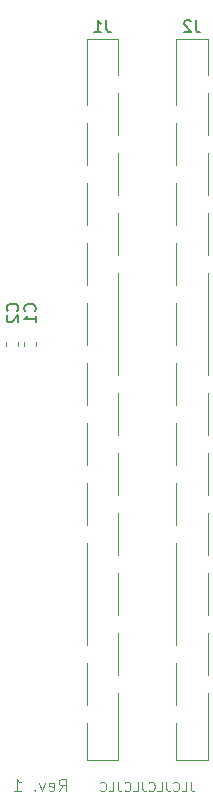
<source format=gbr>
G04 #@! TF.GenerationSoftware,KiCad,Pcbnew,9.0.7-9.0.7~ubuntu25.10.1*
G04 #@! TF.CreationDate,2026-01-14T17:34:39+09:00*
G04 #@! TF.ProjectId,bionic-z8001,62696f6e-6963-42d7-9a38-3030312e6b69,1*
G04 #@! TF.SameCoordinates,Original*
G04 #@! TF.FileFunction,Legend,Bot*
G04 #@! TF.FilePolarity,Positive*
%FSLAX46Y46*%
G04 Gerber Fmt 4.6, Leading zero omitted, Abs format (unit mm)*
G04 Created by KiCad (PCBNEW 9.0.7-9.0.7~ubuntu25.10.1) date 2026-01-14 17:34:39*
%MOMM*%
%LPD*%
G01*
G04 APERTURE LIST*
%ADD10C,0.100000*%
%ADD11C,0.150000*%
%ADD12C,0.120000*%
G04 APERTURE END LIST*
D10*
X106220687Y-137436419D02*
X106554020Y-136960228D01*
X106792115Y-137436419D02*
X106792115Y-136436419D01*
X106792115Y-136436419D02*
X106411163Y-136436419D01*
X106411163Y-136436419D02*
X106315925Y-136484038D01*
X106315925Y-136484038D02*
X106268306Y-136531657D01*
X106268306Y-136531657D02*
X106220687Y-136626895D01*
X106220687Y-136626895D02*
X106220687Y-136769752D01*
X106220687Y-136769752D02*
X106268306Y-136864990D01*
X106268306Y-136864990D02*
X106315925Y-136912609D01*
X106315925Y-136912609D02*
X106411163Y-136960228D01*
X106411163Y-136960228D02*
X106792115Y-136960228D01*
X105411163Y-137388800D02*
X105506401Y-137436419D01*
X105506401Y-137436419D02*
X105696877Y-137436419D01*
X105696877Y-137436419D02*
X105792115Y-137388800D01*
X105792115Y-137388800D02*
X105839734Y-137293561D01*
X105839734Y-137293561D02*
X105839734Y-136912609D01*
X105839734Y-136912609D02*
X105792115Y-136817371D01*
X105792115Y-136817371D02*
X105696877Y-136769752D01*
X105696877Y-136769752D02*
X105506401Y-136769752D01*
X105506401Y-136769752D02*
X105411163Y-136817371D01*
X105411163Y-136817371D02*
X105363544Y-136912609D01*
X105363544Y-136912609D02*
X105363544Y-137007847D01*
X105363544Y-137007847D02*
X105839734Y-137103085D01*
X105030210Y-136769752D02*
X104792115Y-137436419D01*
X104792115Y-137436419D02*
X104554020Y-136769752D01*
X104173067Y-137341180D02*
X104125448Y-137388800D01*
X104125448Y-137388800D02*
X104173067Y-137436419D01*
X104173067Y-137436419D02*
X104220686Y-137388800D01*
X104220686Y-137388800D02*
X104173067Y-137341180D01*
X104173067Y-137341180D02*
X104173067Y-137436419D01*
X102411163Y-137436419D02*
X102982591Y-137436419D01*
X102696877Y-137436419D02*
X102696877Y-136436419D01*
X102696877Y-136436419D02*
X102792115Y-136579276D01*
X102792115Y-136579276D02*
X102887353Y-136674514D01*
X102887353Y-136674514D02*
X102982591Y-136722133D01*
X117395238Y-136660895D02*
X117395238Y-137232323D01*
X117395238Y-137232323D02*
X117433333Y-137346609D01*
X117433333Y-137346609D02*
X117509524Y-137422800D01*
X117509524Y-137422800D02*
X117623809Y-137460895D01*
X117623809Y-137460895D02*
X117700000Y-137460895D01*
X116633333Y-137460895D02*
X117014285Y-137460895D01*
X117014285Y-137460895D02*
X117014285Y-136660895D01*
X115909523Y-137384704D02*
X115947619Y-137422800D01*
X115947619Y-137422800D02*
X116061904Y-137460895D01*
X116061904Y-137460895D02*
X116138095Y-137460895D01*
X116138095Y-137460895D02*
X116252381Y-137422800D01*
X116252381Y-137422800D02*
X116328571Y-137346609D01*
X116328571Y-137346609D02*
X116366666Y-137270419D01*
X116366666Y-137270419D02*
X116404762Y-137118038D01*
X116404762Y-137118038D02*
X116404762Y-137003752D01*
X116404762Y-137003752D02*
X116366666Y-136851371D01*
X116366666Y-136851371D02*
X116328571Y-136775180D01*
X116328571Y-136775180D02*
X116252381Y-136698990D01*
X116252381Y-136698990D02*
X116138095Y-136660895D01*
X116138095Y-136660895D02*
X116061904Y-136660895D01*
X116061904Y-136660895D02*
X115947619Y-136698990D01*
X115947619Y-136698990D02*
X115909523Y-136737085D01*
X115338095Y-136660895D02*
X115338095Y-137232323D01*
X115338095Y-137232323D02*
X115376190Y-137346609D01*
X115376190Y-137346609D02*
X115452381Y-137422800D01*
X115452381Y-137422800D02*
X115566666Y-137460895D01*
X115566666Y-137460895D02*
X115642857Y-137460895D01*
X114576190Y-137460895D02*
X114957142Y-137460895D01*
X114957142Y-137460895D02*
X114957142Y-136660895D01*
X113852380Y-137384704D02*
X113890476Y-137422800D01*
X113890476Y-137422800D02*
X114004761Y-137460895D01*
X114004761Y-137460895D02*
X114080952Y-137460895D01*
X114080952Y-137460895D02*
X114195238Y-137422800D01*
X114195238Y-137422800D02*
X114271428Y-137346609D01*
X114271428Y-137346609D02*
X114309523Y-137270419D01*
X114309523Y-137270419D02*
X114347619Y-137118038D01*
X114347619Y-137118038D02*
X114347619Y-137003752D01*
X114347619Y-137003752D02*
X114309523Y-136851371D01*
X114309523Y-136851371D02*
X114271428Y-136775180D01*
X114271428Y-136775180D02*
X114195238Y-136698990D01*
X114195238Y-136698990D02*
X114080952Y-136660895D01*
X114080952Y-136660895D02*
X114004761Y-136660895D01*
X114004761Y-136660895D02*
X113890476Y-136698990D01*
X113890476Y-136698990D02*
X113852380Y-136737085D01*
X113280952Y-136660895D02*
X113280952Y-137232323D01*
X113280952Y-137232323D02*
X113319047Y-137346609D01*
X113319047Y-137346609D02*
X113395238Y-137422800D01*
X113395238Y-137422800D02*
X113509523Y-137460895D01*
X113509523Y-137460895D02*
X113585714Y-137460895D01*
X112519047Y-137460895D02*
X112899999Y-137460895D01*
X112899999Y-137460895D02*
X112899999Y-136660895D01*
X111795237Y-137384704D02*
X111833333Y-137422800D01*
X111833333Y-137422800D02*
X111947618Y-137460895D01*
X111947618Y-137460895D02*
X112023809Y-137460895D01*
X112023809Y-137460895D02*
X112138095Y-137422800D01*
X112138095Y-137422800D02*
X112214285Y-137346609D01*
X112214285Y-137346609D02*
X112252380Y-137270419D01*
X112252380Y-137270419D02*
X112290476Y-137118038D01*
X112290476Y-137118038D02*
X112290476Y-137003752D01*
X112290476Y-137003752D02*
X112252380Y-136851371D01*
X112252380Y-136851371D02*
X112214285Y-136775180D01*
X112214285Y-136775180D02*
X112138095Y-136698990D01*
X112138095Y-136698990D02*
X112023809Y-136660895D01*
X112023809Y-136660895D02*
X111947618Y-136660895D01*
X111947618Y-136660895D02*
X111833333Y-136698990D01*
X111833333Y-136698990D02*
X111795237Y-136737085D01*
X111223809Y-136660895D02*
X111223809Y-137232323D01*
X111223809Y-137232323D02*
X111261904Y-137346609D01*
X111261904Y-137346609D02*
X111338095Y-137422800D01*
X111338095Y-137422800D02*
X111452380Y-137460895D01*
X111452380Y-137460895D02*
X111528571Y-137460895D01*
X110461904Y-137460895D02*
X110842856Y-137460895D01*
X110842856Y-137460895D02*
X110842856Y-136660895D01*
X109738094Y-137384704D02*
X109776190Y-137422800D01*
X109776190Y-137422800D02*
X109890475Y-137460895D01*
X109890475Y-137460895D02*
X109966666Y-137460895D01*
X109966666Y-137460895D02*
X110080952Y-137422800D01*
X110080952Y-137422800D02*
X110157142Y-137346609D01*
X110157142Y-137346609D02*
X110195237Y-137270419D01*
X110195237Y-137270419D02*
X110233333Y-137118038D01*
X110233333Y-137118038D02*
X110233333Y-137003752D01*
X110233333Y-137003752D02*
X110195237Y-136851371D01*
X110195237Y-136851371D02*
X110157142Y-136775180D01*
X110157142Y-136775180D02*
X110080952Y-136698990D01*
X110080952Y-136698990D02*
X109966666Y-136660895D01*
X109966666Y-136660895D02*
X109890475Y-136660895D01*
X109890475Y-136660895D02*
X109776190Y-136698990D01*
X109776190Y-136698990D02*
X109738094Y-136737085D01*
D11*
X102705780Y-96808133D02*
X102753400Y-96760514D01*
X102753400Y-96760514D02*
X102801019Y-96617657D01*
X102801019Y-96617657D02*
X102801019Y-96522419D01*
X102801019Y-96522419D02*
X102753400Y-96379562D01*
X102753400Y-96379562D02*
X102658161Y-96284324D01*
X102658161Y-96284324D02*
X102562923Y-96236705D01*
X102562923Y-96236705D02*
X102372447Y-96189086D01*
X102372447Y-96189086D02*
X102229590Y-96189086D01*
X102229590Y-96189086D02*
X102039114Y-96236705D01*
X102039114Y-96236705D02*
X101943876Y-96284324D01*
X101943876Y-96284324D02*
X101848638Y-96379562D01*
X101848638Y-96379562D02*
X101801019Y-96522419D01*
X101801019Y-96522419D02*
X101801019Y-96617657D01*
X101801019Y-96617657D02*
X101848638Y-96760514D01*
X101848638Y-96760514D02*
X101896257Y-96808133D01*
X101896257Y-97189086D02*
X101848638Y-97236705D01*
X101848638Y-97236705D02*
X101801019Y-97331943D01*
X101801019Y-97331943D02*
X101801019Y-97570038D01*
X101801019Y-97570038D02*
X101848638Y-97665276D01*
X101848638Y-97665276D02*
X101896257Y-97712895D01*
X101896257Y-97712895D02*
X101991495Y-97760514D01*
X101991495Y-97760514D02*
X102086733Y-97760514D01*
X102086733Y-97760514D02*
X102229590Y-97712895D01*
X102229590Y-97712895D02*
X102801019Y-97141467D01*
X102801019Y-97141467D02*
X102801019Y-97760514D01*
X104178980Y-96833533D02*
X104226600Y-96785914D01*
X104226600Y-96785914D02*
X104274219Y-96643057D01*
X104274219Y-96643057D02*
X104274219Y-96547819D01*
X104274219Y-96547819D02*
X104226600Y-96404962D01*
X104226600Y-96404962D02*
X104131361Y-96309724D01*
X104131361Y-96309724D02*
X104036123Y-96262105D01*
X104036123Y-96262105D02*
X103845647Y-96214486D01*
X103845647Y-96214486D02*
X103702790Y-96214486D01*
X103702790Y-96214486D02*
X103512314Y-96262105D01*
X103512314Y-96262105D02*
X103417076Y-96309724D01*
X103417076Y-96309724D02*
X103321838Y-96404962D01*
X103321838Y-96404962D02*
X103274219Y-96547819D01*
X103274219Y-96547819D02*
X103274219Y-96643057D01*
X103274219Y-96643057D02*
X103321838Y-96785914D01*
X103321838Y-96785914D02*
X103369457Y-96833533D01*
X104274219Y-97785914D02*
X104274219Y-97214486D01*
X104274219Y-97500200D02*
X103274219Y-97500200D01*
X103274219Y-97500200D02*
X103417076Y-97404962D01*
X103417076Y-97404962D02*
X103512314Y-97309724D01*
X103512314Y-97309724D02*
X103559933Y-97214486D01*
X117817933Y-72204819D02*
X117817933Y-72919104D01*
X117817933Y-72919104D02*
X117865552Y-73061961D01*
X117865552Y-73061961D02*
X117960790Y-73157200D01*
X117960790Y-73157200D02*
X118103647Y-73204819D01*
X118103647Y-73204819D02*
X118198885Y-73204819D01*
X117389361Y-72300057D02*
X117341742Y-72252438D01*
X117341742Y-72252438D02*
X117246504Y-72204819D01*
X117246504Y-72204819D02*
X117008409Y-72204819D01*
X117008409Y-72204819D02*
X116913171Y-72252438D01*
X116913171Y-72252438D02*
X116865552Y-72300057D01*
X116865552Y-72300057D02*
X116817933Y-72395295D01*
X116817933Y-72395295D02*
X116817933Y-72490533D01*
X116817933Y-72490533D02*
X116865552Y-72633390D01*
X116865552Y-72633390D02*
X117436980Y-73204819D01*
X117436980Y-73204819D02*
X116817933Y-73204819D01*
X110244133Y-72204819D02*
X110244133Y-72919104D01*
X110244133Y-72919104D02*
X110291752Y-73061961D01*
X110291752Y-73061961D02*
X110386990Y-73157200D01*
X110386990Y-73157200D02*
X110529847Y-73204819D01*
X110529847Y-73204819D02*
X110625085Y-73204819D01*
X109244133Y-73204819D02*
X109815561Y-73204819D01*
X109529847Y-73204819D02*
X109529847Y-72204819D01*
X109529847Y-72204819D02*
X109625085Y-72347676D01*
X109625085Y-72347676D02*
X109720323Y-72442914D01*
X109720323Y-72442914D02*
X109815561Y-72490533D01*
D12*
X102754600Y-99738367D02*
X102754600Y-99445833D01*
X101734600Y-99738367D02*
X101734600Y-99445833D01*
X104329400Y-99737267D02*
X104329400Y-99444733D01*
X103309400Y-99737267D02*
X103309400Y-99444733D01*
X116154600Y-73750000D02*
X116154600Y-74320000D01*
X116154600Y-73750000D02*
X118814600Y-73750000D01*
X116154600Y-74320000D02*
X116154600Y-79400000D01*
X116154600Y-80920000D02*
X116154600Y-84480000D01*
X116154600Y-86000000D02*
X116154600Y-89560000D01*
X116154600Y-91080000D02*
X116154600Y-94640000D01*
X116154600Y-96160000D02*
X116154600Y-99720000D01*
X116154600Y-101240000D02*
X116154600Y-104800000D01*
X116154600Y-106320000D02*
X116154600Y-109880000D01*
X116154600Y-111400000D02*
X116154600Y-114960000D01*
X116154600Y-116480000D02*
X116154600Y-121560000D01*
X116154600Y-121560000D02*
X116154600Y-125120000D01*
X116154600Y-126640000D02*
X116154600Y-130200000D01*
X116154600Y-131720000D02*
X116154600Y-134830000D01*
X116154600Y-134830000D02*
X118814600Y-134830000D01*
X118814600Y-73750000D02*
X118814600Y-76860000D01*
X118814600Y-78380000D02*
X118814600Y-81940000D01*
X118814600Y-83460000D02*
X118814600Y-87020000D01*
X118814600Y-88540000D02*
X118814600Y-92100000D01*
X118814600Y-93620000D02*
X118814600Y-98700000D01*
X118814600Y-98700000D02*
X118814600Y-102260000D01*
X118814600Y-103780000D02*
X118814600Y-107340000D01*
X118814600Y-108860000D02*
X118814600Y-112420000D01*
X118814600Y-113940000D02*
X118814600Y-117500000D01*
X118814600Y-119020000D02*
X118814600Y-122580000D01*
X118814600Y-124100000D02*
X118814600Y-127660000D01*
X118814600Y-129180000D02*
X118814600Y-134260000D01*
X118814600Y-134260000D02*
X118814600Y-134830000D01*
X108580800Y-73750000D02*
X108580800Y-75840000D01*
X108580800Y-73750000D02*
X111240800Y-73750000D01*
X108580800Y-75840000D02*
X108580800Y-79400000D01*
X108580800Y-80920000D02*
X108580800Y-84480000D01*
X108580800Y-86000000D02*
X108580800Y-89560000D01*
X108580800Y-91080000D02*
X108580800Y-94640000D01*
X108580800Y-96160000D02*
X108580800Y-99720000D01*
X108580800Y-101240000D02*
X108580800Y-104800000D01*
X108580800Y-106320000D02*
X108580800Y-109880000D01*
X108580800Y-111400000D02*
X108580800Y-114960000D01*
X108580800Y-116480000D02*
X108580800Y-121560000D01*
X108580800Y-121560000D02*
X108580800Y-125120000D01*
X108580800Y-126640000D02*
X108580800Y-130200000D01*
X108580800Y-131720000D02*
X108580800Y-134830000D01*
X108580800Y-134830000D02*
X111240800Y-134830000D01*
X111240800Y-73750000D02*
X111240800Y-76860000D01*
X111240800Y-78380000D02*
X111240800Y-81940000D01*
X111240800Y-83460000D02*
X111240800Y-87020000D01*
X111240800Y-88540000D02*
X111240800Y-92100000D01*
X111240800Y-93620000D02*
X111240800Y-98700000D01*
X111240800Y-98700000D02*
X111240800Y-102260000D01*
X111240800Y-103780000D02*
X111240800Y-107340000D01*
X111240800Y-108860000D02*
X111240800Y-112420000D01*
X111240800Y-113940000D02*
X111240800Y-117500000D01*
X111240800Y-119020000D02*
X111240800Y-122580000D01*
X111240800Y-124100000D02*
X111240800Y-127660000D01*
X111240800Y-129180000D02*
X111240800Y-134260000D01*
X111240800Y-134260000D02*
X111240800Y-134830000D01*
M02*

</source>
